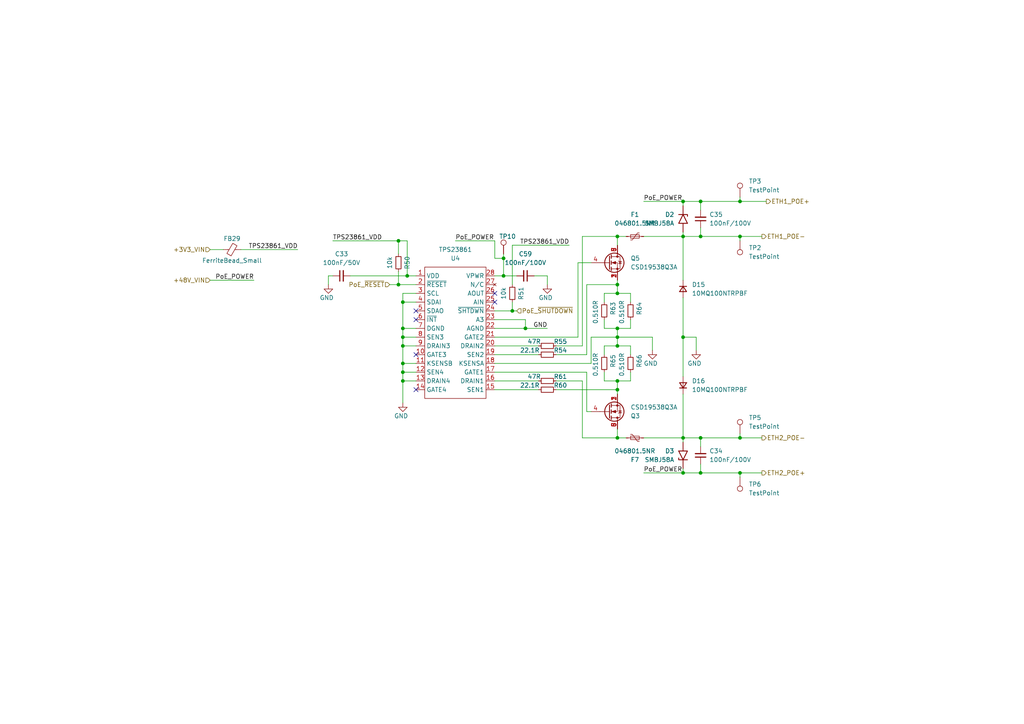
<source format=kicad_sch>
(kicad_sch (version 20230121) (generator eeschema)
  (paper "A4")
  (lib_symbols
    (symbol "Connector:TestPoint" (pin_numbers hide) (pin_names (offset 0.762) hide)
      (property "Reference" "TP" (at 0 6.858 0))
      (property "Value" "TestPoint" (at 0 5.08 0))
      (symbol "TestPoint_0_1"
        (circle (center 0 3.302) (radius 0.762))
      )
      (symbol "TestPoint_1_1"
        (pin passive line (at 0 0 90) (length 2.54) (name "1") (number "1"))
      )
    )
    (symbol "Device:C_Small" (pin_numbers hide) (pin_names (offset 0.254) hide)
      (property "Reference" "C" (at 0.254 1.778 0))
      (property "Value" "C_Small" (at 0.254 -2.032 0))
      (symbol "C_Small_0_1"
        (polyline (pts (xy -1.524 -0.508) (xy 1.524 -0.508)) (stroke (width 0.3302)))
        (polyline (pts (xy -1.524 0.508) (xy 1.524 0.508)) (stroke (width 0.3048)))
      )
      (symbol "C_Small_1_1"
        (pin passive line (at 0 2.54 270) (length 2.032) (name "~") (number "1"))
        (pin passive line (at 0 -2.54 90) (length 2.032) (name "~") (number "2"))
      )
    )
    (symbol "Device:D_Small" (pin_numbers hide) (pin_names (offset 0.254) hide)
      (property "Reference" "D" (at -1.27 2.032 0))
      (property "Value" "D_Small" (at -3.81 -2.032 0))
      (symbol "D_Small_0_1"
        (polyline (pts (xy -0.762 -1.016) (xy -0.762 1.016)) (stroke (width 0.254)))
        (polyline (pts (xy -0.762 0) (xy 0.762 0)))
        (polyline (pts (xy 0.762 -1.016) (xy -0.762 0) (xy 0.762 1.016) (xy 0.762 -1.016)) (stroke (width 0.254)))
      )
      (symbol "D_Small_1_1"
        (pin passive line (at -2.54 0 0) (length 1.778) (name "K") (number "1"))
        (pin passive line (at 2.54 0 180) (length 1.778) (name "A") (number "2"))
      )
    )
    (symbol "Device:FerriteBead_Small" (pin_numbers hide) (pin_names (offset 0))
      (property "Reference" "FB" (at 1.905 1.27 0))
      (property "Value" "FerriteBead_Small" (at 1.905 -1.27 0))
      (symbol "FerriteBead_Small_0_1"
        (polyline (pts (xy 0 -1.27) (xy 0 -0.7874)))
        (polyline (pts (xy 0 0.889) (xy 0 1.2954)))
        (polyline (pts (xy -1.8288 0.2794) (xy -1.1176 1.4986) (xy 1.8288 -0.2032) (xy 1.1176 -1.4224) (xy -1.8288 0.2794)))
      )
      (symbol "FerriteBead_Small_1_1"
        (pin passive line (at 0 2.54 270) (length 1.27) (name "~") (number "1"))
        (pin passive line (at 0 -2.54 90) (length 1.27) (name "~") (number "2"))
      )
    )
    (symbol "Device:Polyfuse_Small" (pin_numbers hide) (pin_names (offset 0))
      (property "Reference" "F" (at -1.905 0 90))
      (property "Value" "Polyfuse_Small" (at 1.905 0 90))
      (symbol "Polyfuse_Small_0_1"
        (rectangle (start -0.508 1.27) (end 0.508 -1.27))
        (polyline (pts (xy 0 2.54) (xy 0 -2.54)))
        (polyline (pts (xy -1.016 1.27) (xy -1.016 0.762) (xy 1.016 -0.762) (xy 1.016 -1.27)))
      )
      (symbol "Polyfuse_Small_1_1"
        (pin passive line (at 0 2.54 270) (length 0.635) (name "~") (number "1"))
        (pin passive line (at 0 -2.54 90) (length 0.635) (name "~") (number "2"))
      )
    )
    (symbol "Device:R_Small" (pin_numbers hide) (pin_names (offset 0.254) hide)
      (property "Reference" "R" (at 0.762 0.508 0))
      (property "Value" "R_Small" (at 0.762 -1.016 0))
      (symbol "R_Small_0_1"
        (rectangle (start -0.762 1.778) (end 0.762 -1.778) (stroke (width 0.2032)))
      )
      (symbol "R_Small_1_1"
        (pin passive line (at 0 2.54 270) (length 0.762) (name "~") (number "1"))
        (pin passive line (at 0 -2.54 90) (length 0.762) (name "~") (number "2"))
      )
    )
    (symbol "Diode:SMAJ58A" (pin_numbers hide) (pin_names (offset 1.016) hide)
      (property "Reference" "D2" (at -1.27 -2.54 90))
      (property "Value" "SMBJ58A" (at 1.27 -2.54 90))
      (symbol "SMAJ58A_0_1"
        (polyline (pts (xy -0.762 1.27) (xy -1.27 1.27) (xy -1.27 -1.27)) (stroke (width 0.254)))
        (polyline (pts (xy 1.27 1.27) (xy 1.27 -1.27) (xy -1.27 0) (xy 1.27 1.27)) (stroke (width 0.254)))
      )
      (symbol "SMAJ58A_1_1"
        (pin passive line (at -3.81 0 0) (length 2.54) (name "A1") (number "1"))
        (pin passive line (at 3.81 0 180) (length 2.54) (name "A2") (number "2"))
      )
    )
    (symbol "gabriel:CSD19538Q3A" (pin_names (offset 0) hide)
      (property "Reference" "Q" (at 5.08 1.27 0))
      (property "Value" "Q_NMOS_SDG" (at 5.08 -1.27 0))
      (symbol "CSD19538Q3A_0_1"
        (polyline (pts (xy 0.254 0) (xy -2.54 0)))
        (polyline (pts (xy 0.254 1.905) (xy 0.254 -1.905)) (stroke (width 0.254)))
        (polyline (pts (xy 0.762 -1.27) (xy 0.762 -2.286)) (stroke (width 0.254)))
        (polyline (pts (xy 0.762 0.508) (xy 0.762 -0.508)) (stroke (width 0.254)))
        (polyline (pts (xy 0.762 2.286) (xy 0.762 1.27)) (stroke (width 0.254)))
        (polyline (pts (xy 2.54 2.54) (xy 2.54 1.778)))
        (polyline (pts (xy 2.54 -2.54) (xy 2.54 0) (xy 0.762 0)))
        (polyline (pts (xy 0.762 -1.778) (xy 3.302 -1.778) (xy 3.302 1.778) (xy 0.762 1.778)))
        (polyline (pts (xy 1.016 0) (xy 2.032 0.381) (xy 2.032 -0.381) (xy 1.016 0)) (fill (type outline)))
        (polyline (pts (xy 2.794 0.508) (xy 2.921 0.381) (xy 3.683 0.381) (xy 3.81 0.254)))
        (polyline (pts (xy 3.302 0.381) (xy 2.921 -0.254) (xy 3.683 -0.254) (xy 3.302 0.381)))
        (circle (center 1.651 0) (radius 2.794) (stroke (width 0.254)))
        (circle (center 2.54 -1.778) (radius 0.254) (fill (type outline)))
        (circle (center 2.54 1.778) (radius 0.254) (fill (type outline)))
      )
      (symbol "CSD19538Q3A_1_1"
        (pin passive line (at 2.54 -5.08 90) (length 2.54) (name "S") (number "1"))
        (pin passive line (at 2.54 -5.08 90) (length 2.54) (name "S") (number "2"))
        (pin passive line (at 2.54 -5.08 90) (length 2.54) (name "S") (number "3"))
        (pin input line (at -5.08 0 0) (length 2.54) (name "G") (number "4"))
        (pin passive line (at 2.54 5.08 270) (length 2.54) (name "D") (number "5"))
        (pin passive line (at 2.54 5.08 270) (length 2.54) (name "D") (number "6"))
        (pin passive line (at 2.54 5.08 270) (length 2.54) (name "D") (number "7"))
        (pin passive line (at 2.54 5.08 270) (length 2.54) (name "D") (number "8"))
      )
    )
    (symbol "gabriel:TPS23861"
      (property "Reference" "U" (at 0 1.27 0))
      (symbol "TPS23861_0_1"
        (rectangle (start -8.89 0) (end 8.89 -38.1))
      )
      (symbol "TPS23861_1_1"
        (pin power_in line (at -11.43 -2.54 0) (length 2.54) (name "VDD") (number "1"))
        (pin output line (at -11.43 -25.4 0) (length 2.54) (name "GATE3") (number "10"))
        (pin input line (at -11.43 -27.94 0) (length 2.54) (name "KSENSB") (number "11"))
        (pin passive line (at -11.43 -30.48 0) (length 2.54) (name "SEN4") (number "12"))
        (pin passive line (at -11.43 -33.02 0) (length 2.54) (name "DRAIN4") (number "13"))
        (pin output line (at -11.43 -35.56 0) (length 2.54) (name "GATE4") (number "14"))
        (pin passive line (at 11.43 -35.56 180) (length 2.54) (name "SEN1") (number "15"))
        (pin passive line (at 11.43 -33.02 180) (length 2.54) (name "DRAIN1") (number "16"))
        (pin output line (at 11.43 -30.48 180) (length 2.54) (name "GATE1") (number "17"))
        (pin passive line (at 11.43 -27.94 180) (length 2.54) (name "KSENSA") (number "18"))
        (pin passive line (at 11.43 -25.4 180) (length 2.54) (name "SEN2") (number "19"))
        (pin input line (at -11.43 -5.08 0) (length 2.54) (name "~{RESET}") (number "2"))
        (pin passive line (at 11.43 -22.86 180) (length 2.54) (name "DRAIN2") (number "20"))
        (pin output line (at 11.43 -20.32 180) (length 2.54) (name "GATE2") (number "21"))
        (pin passive line (at 11.43 -17.78 180) (length 2.54) (name "AGND") (number "22"))
        (pin input line (at 11.43 -15.24 180) (length 2.54) (name "A3") (number "23"))
        (pin input line (at 11.43 -12.7 180) (length 2.54) (name "~{SHTDWN}") (number "24"))
        (pin input line (at 11.43 -10.16 180) (length 2.54) (name "AIN") (number "25"))
        (pin output line (at 11.43 -7.62 180) (length 2.54) (name "AOUT") (number "26"))
        (pin no_connect line (at 11.43 -5.08 180) (length 2.54) (name "N/C") (number "27"))
        (pin power_in line (at 11.43 -2.54 180) (length 2.54) (name "VPWR") (number "28"))
        (pin input line (at -11.43 -7.62 0) (length 2.54) (name "SCL") (number "3"))
        (pin input line (at -11.43 -10.16 0) (length 2.54) (name "SDAI") (number "4"))
        (pin output line (at -11.43 -12.7 0) (length 2.54) (name "SDAO") (number "5"))
        (pin output line (at -11.43 -15.24 0) (length 2.54) (name "~{INT}") (number "6"))
        (pin passive line (at -11.43 -17.78 0) (length 2.54) (name "DGND") (number "7"))
        (pin input line (at -11.43 -20.32 0) (length 2.54) (name "SEN3") (number "8"))
        (pin input line (at -11.43 -22.86 0) (length 2.54) (name "DRAIN3") (number "9"))
      )
    )
    (symbol "power:GND" (power) (pin_names (offset 0))
      (property "Value" "GND" (at 0 -3.81 0))
      (symbol "GND_0_1"
        (polyline (pts (xy 0 0) (xy 0 -1.27) (xy 1.27 -1.27) (xy 0 -2.54) (xy -1.27 -1.27) (xy 0 -1.27)))
      )
      (symbol "GND_1_1"
        (pin power_in line (at 0 0 270) (length 0) hide (name "GND") (number "1"))
      )
    )
  )
  (junction (at 179.07 97.79))
  (junction (at 179.07 127))
  (junction (at 179.07 68.58))
  (junction (at 198.12 97.79))
  (junction (at 146.05 74.93))
  (junction (at 116.84 107.95))
  (junction (at 203.2 68.58))
  (junction (at 198.12 127))
  (junction (at 146.05 80.01))
  (junction (at 116.84 97.79))
  (junction (at 179.07 110.49))
  (junction (at 179.07 82.55))
  (junction (at 198.12 137.16))
  (junction (at 214.63 68.58))
  (junction (at 214.63 137.16))
  (junction (at 116.84 100.33))
  (junction (at 148.59 90.17))
  (junction (at 179.07 113.03))
  (junction (at 116.84 87.63))
  (junction (at 116.84 105.41))
  (junction (at 214.63 127))
  (junction (at 179.07 100.33))
  (junction (at 116.84 95.25))
  (junction (at 116.84 110.49))
  (junction (at 214.63 58.42))
  (junction (at 198.12 58.42))
  (junction (at 203.2 137.16))
  (junction (at 115.57 69.85))
  (junction (at 118.11 80.01))
  (junction (at 152.4 95.25))
  (junction (at 179.07 85.09))
  (junction (at 203.2 127))
  (junction (at 179.07 95.25))
  (junction (at 115.57 82.55))
  (junction (at 203.2 58.42))
  (junction (at 198.12 68.58))
  (no_connect (at 143.51 85.09))
  (no_connect (at 120.65 113.03))
  (no_connect (at 143.51 87.63))
  (no_connect (at 120.65 102.87))
  (no_connect (at 120.65 92.71))
  (no_connect (at 120.65 90.17))
  (wire (pts (xy 143.51 105.41) (xy 171.45 105.41)))
  (wire (pts (xy 95.25 82.55) (xy 95.25 80.01)))
  (wire (pts (xy 95.25 80.01) (xy 96.52 80.01)))
  (wire (pts (xy 179.07 85.09) (xy 182.88 85.09)))
  (wire (pts (xy 182.88 100.33) (xy 182.88 102.87)))
  (wire (pts (xy 170.18 119.38) (xy 171.45 119.38)))
  (wire (pts (xy 214.63 125.73) (xy 214.63 127)))
  (wire (pts (xy 214.63 69.85) (xy 214.63 68.58)))
  (wire (pts (xy 182.88 92.71) (xy 182.88 95.25)))
  (wire (pts (xy 146.05 73.66) (xy 146.05 74.93)))
  (wire (pts (xy 158.75 82.55) (xy 158.75 80.01)))
  (wire (pts (xy 214.63 137.16) (xy 214.63 138.43)))
  (wire (pts (xy 175.26 87.63) (xy 175.26 85.09)))
  (wire (pts (xy 198.12 68.58) (xy 186.69 68.58)))
  (wire (pts (xy 203.2 127) (xy 203.2 129.54)))
  (wire (pts (xy 156.21 113.03) (xy 143.51 113.03)))
  (wire (pts (xy 116.84 110.49) (xy 116.84 116.84)))
  (wire (pts (xy 179.07 124.46) (xy 179.07 127)))
  (wire (pts (xy 116.84 87.63) (xy 116.84 95.25)))
  (wire (pts (xy 120.65 85.09) (xy 116.84 85.09)))
  (wire (pts (xy 115.57 78.74) (xy 115.57 82.55)))
  (wire (pts (xy 161.29 100.33) (xy 168.91 100.33)))
  (wire (pts (xy 201.93 101.6) (xy 201.93 97.79)))
  (wire (pts (xy 170.18 82.55) (xy 179.07 82.55)))
  (wire (pts (xy 179.07 127) (xy 181.61 127)))
  (wire (pts (xy 179.07 68.58) (xy 179.07 71.12)))
  (wire (pts (xy 116.84 105.41) (xy 120.65 105.41)))
  (wire (pts (xy 198.12 127) (xy 198.12 114.3)))
  (wire (pts (xy 156.21 100.33) (xy 143.51 100.33)))
  (wire (pts (xy 116.84 105.41) (xy 116.84 107.95)))
  (wire (pts (xy 60.96 72.39) (xy 64.77 72.39)))
  (wire (pts (xy 182.88 107.95) (xy 182.88 110.49)))
  (wire (pts (xy 156.21 110.49) (xy 143.51 110.49)))
  (wire (pts (xy 198.12 137.16) (xy 203.2 137.16)))
  (wire (pts (xy 116.84 110.49) (xy 120.65 110.49)))
  (wire (pts (xy 118.11 80.01) (xy 120.65 80.01)))
  (wire (pts (xy 118.11 69.85) (xy 118.11 80.01)))
  (wire (pts (xy 132.08 69.85) (xy 143.51 69.85)))
  (wire (pts (xy 175.26 95.25) (xy 175.26 92.71)))
  (wire (pts (xy 116.84 95.25) (xy 116.84 97.79)))
  (wire (pts (xy 179.07 113.03) (xy 179.07 114.3)))
  (wire (pts (xy 170.18 82.55) (xy 170.18 102.87)))
  (wire (pts (xy 179.07 110.49) (xy 179.07 113.03)))
  (wire (pts (xy 168.91 127) (xy 168.91 110.49)))
  (wire (pts (xy 198.12 68.58) (xy 198.12 81.28)))
  (wire (pts (xy 115.57 69.85) (xy 118.11 69.85)))
  (wire (pts (xy 143.51 95.25) (xy 152.4 95.25)))
  (wire (pts (xy 115.57 82.55) (xy 113.03 82.55)))
  (wire (pts (xy 203.2 127) (xy 214.63 127)))
  (wire (pts (xy 148.59 90.17) (xy 149.86 90.17)))
  (wire (pts (xy 143.51 92.71) (xy 152.4 92.71)))
  (wire (pts (xy 148.59 87.63) (xy 148.59 90.17)))
  (wire (pts (xy 203.2 66.04) (xy 203.2 68.58)))
  (wire (pts (xy 179.07 95.25) (xy 175.26 95.25)))
  (wire (pts (xy 198.12 58.42) (xy 203.2 58.42)))
  (wire (pts (xy 179.07 97.79) (xy 179.07 100.33)))
  (wire (pts (xy 158.75 80.01) (xy 154.94 80.01)))
  (wire (pts (xy 168.91 110.49) (xy 161.29 110.49)))
  (wire (pts (xy 175.26 100.33) (xy 179.07 100.33)))
  (wire (pts (xy 179.07 81.28) (xy 179.07 82.55)))
  (wire (pts (xy 198.12 127) (xy 203.2 127)))
  (wire (pts (xy 168.91 100.33) (xy 168.91 68.58)))
  (wire (pts (xy 175.26 102.87) (xy 175.26 100.33)))
  (wire (pts (xy 182.88 85.09) (xy 182.88 87.63)))
  (wire (pts (xy 175.26 110.49) (xy 175.26 107.95)))
  (wire (pts (xy 214.63 68.58) (xy 220.98 68.58)))
  (wire (pts (xy 198.12 97.79) (xy 198.12 109.22)))
  (wire (pts (xy 115.57 69.85) (xy 115.57 73.66)))
  (wire (pts (xy 116.84 87.63) (xy 120.65 87.63)))
  (wire (pts (xy 143.51 74.93) (xy 146.05 74.93)))
  (wire (pts (xy 220.98 137.16) (xy 214.63 137.16)))
  (wire (pts (xy 148.59 71.12) (xy 165.1 71.12)))
  (wire (pts (xy 96.52 69.85) (xy 115.57 69.85)))
  (wire (pts (xy 116.84 85.09) (xy 116.84 87.63)))
  (wire (pts (xy 116.84 107.95) (xy 120.65 107.95)))
  (wire (pts (xy 203.2 68.58) (xy 198.12 68.58)))
  (wire (pts (xy 161.29 102.87) (xy 170.18 102.87)))
  (wire (pts (xy 203.2 58.42) (xy 214.63 58.42)))
  (wire (pts (xy 152.4 95.25) (xy 158.75 95.25)))
  (wire (pts (xy 214.63 127) (xy 220.98 127)))
  (wire (pts (xy 143.51 69.85) (xy 143.51 74.93)))
  (wire (pts (xy 189.23 101.6) (xy 189.23 97.79)))
  (wire (pts (xy 182.88 95.25) (xy 179.07 95.25)))
  (wire (pts (xy 156.21 102.87) (xy 143.51 102.87)))
  (wire (pts (xy 168.91 68.58) (xy 179.07 68.58)))
  (wire (pts (xy 143.51 80.01) (xy 146.05 80.01)))
  (wire (pts (xy 146.05 80.01) (xy 149.86 80.01)))
  (wire (pts (xy 146.05 74.93) (xy 146.05 80.01)))
  (wire (pts (xy 148.59 82.55) (xy 148.59 71.12)))
  (wire (pts (xy 186.69 58.42) (xy 198.12 58.42)))
  (wire (pts (xy 116.84 100.33) (xy 116.84 105.41)))
  (wire (pts (xy 116.84 95.25) (xy 120.65 95.25)))
  (wire (pts (xy 171.45 97.79) (xy 179.07 97.79)))
  (wire (pts (xy 143.51 97.79) (xy 167.64 97.79)))
  (wire (pts (xy 116.84 107.95) (xy 116.84 110.49)))
  (wire (pts (xy 198.12 59.69) (xy 198.12 58.42)))
  (wire (pts (xy 120.65 82.55) (xy 115.57 82.55)))
  (wire (pts (xy 143.51 107.95) (xy 170.18 107.95)))
  (wire (pts (xy 116.84 100.33) (xy 120.65 100.33)))
  (wire (pts (xy 203.2 137.16) (xy 214.63 137.16)))
  (wire (pts (xy 143.51 90.17) (xy 148.59 90.17)))
  (wire (pts (xy 101.6 80.01) (xy 118.11 80.01)))
  (wire (pts (xy 198.12 67.31) (xy 198.12 68.58)))
  (wire (pts (xy 214.63 57.15) (xy 214.63 58.42)))
  (wire (pts (xy 186.69 137.16) (xy 198.12 137.16)))
  (wire (pts (xy 167.64 76.2) (xy 171.45 76.2)))
  (wire (pts (xy 214.63 68.58) (xy 203.2 68.58)))
  (wire (pts (xy 203.2 137.16) (xy 203.2 134.62)))
  (wire (pts (xy 152.4 92.71) (xy 152.4 95.25)))
  (wire (pts (xy 60.96 81.28) (xy 73.66 81.28)))
  (wire (pts (xy 179.07 82.55) (xy 179.07 85.09)))
  (wire (pts (xy 161.29 113.03) (xy 179.07 113.03)))
  (wire (pts (xy 182.88 110.49) (xy 179.07 110.49)))
  (wire (pts (xy 198.12 86.36) (xy 198.12 97.79)))
  (wire (pts (xy 186.69 127) (xy 198.12 127)))
  (wire (pts (xy 116.84 97.79) (xy 116.84 100.33)))
  (wire (pts (xy 198.12 97.79) (xy 201.93 97.79)))
  (wire (pts (xy 179.07 100.33) (xy 182.88 100.33)))
  (wire (pts (xy 179.07 95.25) (xy 179.07 97.79)))
  (wire (pts (xy 189.23 97.79) (xy 179.07 97.79)))
  (wire (pts (xy 198.12 135.89) (xy 198.12 137.16)))
  (wire (pts (xy 198.12 127) (xy 198.12 128.27)))
  (wire (pts (xy 179.07 68.58) (xy 181.61 68.58)))
  (wire (pts (xy 179.07 127) (xy 168.91 127)))
  (wire (pts (xy 170.18 107.95) (xy 170.18 119.38)))
  (wire (pts (xy 167.64 97.79) (xy 167.64 76.2)))
  (wire (pts (xy 116.84 97.79) (xy 120.65 97.79)))
  (wire (pts (xy 171.45 105.41) (xy 171.45 97.79)))
  (wire (pts (xy 222.25 58.42) (xy 214.63 58.42)))
  (wire (pts (xy 203.2 58.42) (xy 203.2 60.96)))
  (wire (pts (xy 69.85 72.39) (xy 86.36 72.39)))
  (wire (pts (xy 179.07 110.49) (xy 175.26 110.49)))
  (wire (pts (xy 175.26 85.09) (xy 179.07 85.09)))
  (label "TPS23861_VDD" (at 96.52 69.85 0))
  (label "TPS23861_VDD" (at 86.36 72.39 180))
  (label "PoE_POWER" (at 186.69 58.42 0))
  (label "PoE_POWER" (at 73.66 81.28 180))
  (label "TPS23861_VDD" (at 165.1 71.12 180))
  (label "GND" (at 158.75 95.25 180))
  (label "PoE_POWER" (at 132.08 69.85 0))
  (label "PoE_POWER" (at 186.69 137.16 0))
  (hierarchical_label "ETH1_POE+" (shape output) (at 222.25 58.42 0))
  (hierarchical_label "+48V_VIN" (shape input) (at 60.96 81.28 180))
  (hierarchical_label "ETH2_POE-" (shape output) (at 220.98 127 0))
  (hierarchical_label "PoE_~{RESET}" (shape input) (at 113.03 82.55 180))
  (hierarchical_label "ETH2_POE+" (shape output) (at 220.98 137.16 0))
  (hierarchical_label "ETH1_POE-" (shape output) (at 220.98 68.58 0))
  (hierarchical_label "+3V3_VIN" (shape input) (at 60.96 72.39 180))
  (hierarchical_label "PoE_~{SHUTDOWN}" (shape input) (at 149.86 90.17 0))
  (symbol (lib_id "power:GND") (at 116.84 116.84 0) (unit 1)
    (property "Reference" "#PWR016" (effects hide))
    (property "Value" "GND" (at 114.3 120.65 0) (effects (justify left)))
  )
  (symbol (lib_id "power:GND") (at 95.25 82.55 0) (unit 1)
    (property "Reference" "#PWR052" (effects hide))
    (property "Value" "GND" (at 92.71 86.36 0) (effects (justify left)))
  )
  (symbol (lib_id "Connector:TestPoint") (at 146.05 73.66 0) (unit 1)
    (property "Reference" "TP10" (at 144.78 68.58 0) (effects (justify left)))
    (property "Value" "TestPoint" (effects hide))
    (property "Footprint" "TestPoint:TestPoint_Pad_D1.0mm" (effects hide))
  )
  (symbol (lib_id "Diode:SMAJ58A") (at 198.12 63.5 270) (unit 1)
    (property "Reference" "D2" (at 195.58 62.23 90) (effects (justify right)))
    (property "Value" "SMBJ58A" (at 195.58 64.77 90) (effects (justify right)))
    (property "Footprint" "footprints:CR_SM12CA-13-F_DIO" (effects hide))
  )
  (symbol (lib_id "Device:D_Small") (at 198.12 83.82 270) (unit 1)
    (property "Reference" "D15" (at 200.66 82.55 90) (effects (justify left)))
    (property "Value" "10MQ100NTRPBF" (at 200.66 85.09 90) (effects (justify left)))
    (property "Footprint" "Diode_SMD:D_SMA" (effects hide))
    (property "Sim.Device" "D" (effects hide))
    (property "Sim.Pins" "1=K 2=A" (effects hide))
  )
  (symbol (lib_id "power:GND") (at 201.93 101.6 0) (unit 1)
    (property "Reference" "#PWR020" (effects hide))
    (property "Value" "GND" (at 199.39 105.41 0) (effects (justify left)))
  )
  (symbol (lib_id "Connector:TestPoint") (at 214.63 57.15 0) (unit 1)
    (property "Reference" "TP3" (at 217.17 52.578 0) (effects (justify left)))
    (property "Value" "TestPoint" (at 217.17 55.118 0) (effects (justify left)))
    (property "Footprint" "TestPoint:TestPoint_Pad_D1.0mm" (effects hide))
  )
  (symbol (lib_id "Device:FerriteBead_Small") (at 67.31 72.39 90) (unit 1)
    (property "Reference" "FB29" (at 67.31 69.215 90))
    (property "Value" "FerriteBead_Small" (at 67.31 75.565 90))
    (property "Footprint" "Inductor_SMD:L_0402_1005Metric" (effects hide))
    (property "PN" "TDK-MPZ1005S100CT000" (effects hide))
    (property "LCSC Part" "C275476" (effects hide))
  )
  (symbol (lib_id "Device:R_Small") (at 158.75 110.49 90) (unit 1)
    (property "Reference" "R61" (at 162.56 109.22 90))
    (property "Value" "47R" (at 154.94 109.22 90))
    (property "Footprint" "Resistor_SMD:R_0603_1608Metric" (effects hide))
  )
  (symbol (lib_id "Device:C_Small") (at 203.2 132.08 180) (unit 1)
    (property "Reference" "C34" (at 205.74 130.8036 0) (effects (justify right)))
    (property "Value" "100nF/100V" (at 205.74 133.3436 0) (effects (justify right)))
    (property "Footprint" "Capacitor_SMD:C_0603_1608Metric" (effects hide))
  )
  (symbol (lib_id "Device:R_Small") (at 158.75 102.87 90) (unit 1)
    (property "Reference" "R54" (at 162.56 101.6 90))
    (property "Value" "22.1R" (at 153.67 101.6 90))
    (property "Footprint" "Resistor_SMD:R_0603_1608Metric" (effects hide))
  )
  (symbol (lib_id "Device:R_Small") (at 182.88 105.41 0) (unit 1)
    (property "Reference" "R66" (at 185.42 106.68 90) (effects (justify left)))
    (property "Value" "0.510R" (at 180.34 109.22 90) (effects (justify left)))
    (property "Footprint" "Resistor_SMD:R_0805_2012Metric" (effects hide))
    (property "LCSC PART NUMBER" "C2930221" (effects hide))
  )
  (symbol (lib_id "Connector:TestPoint") (at 214.63 125.73 0) (unit 1)
    (property "Reference" "TP5" (at 217.17 121.158 0) (effects (justify left)))
    (property "Value" "TestPoint" (at 217.17 123.698 0) (effects (justify left)))
    (property "Footprint" "TestPoint:TestPoint_Pad_D1.0mm" (effects hide))
  )
  (symbol (lib_id "Device:R_Small") (at 182.88 90.17 0) (unit 1)
    (property "Reference" "R64" (at 185.42 91.44 90) (effects (justify left)))
    (property "Value" "0.510R" (at 180.34 93.98 90) (effects (justify left)))
    (property "Footprint" "Resistor_SMD:R_0805_2012Metric" (effects hide))
    (property "LCSC PART NUMBER" "C2930221" (effects hide))
  )
  (symbol (lib_id "Device:R_Small") (at 158.75 113.03 90) (unit 1)
    (property "Reference" "R60" (at 162.56 111.76 90))
    (property "Value" "22.1R" (at 153.67 111.76 90))
    (property "Footprint" "Resistor_SMD:R_0603_1608Metric" (effects hide))
  )
  (symbol (lib_id "Device:C_Small") (at 99.06 80.01 90) (unit 1)
    (property "Reference" "C33" (at 99.0663 73.66 90))
    (property "Value" "100nF/50V" (at 99.0663 76.2 90))
    (property "Footprint" "Capacitor_SMD:C_0603_1608Metric" (effects hide))
  )
  (symbol (lib_id "gabriel:CSD19538Q3A") (at 176.53 119.38 0) (mirror x) (unit 1)
    (property "Reference" "Q3" (at 182.88 120.65 0) (effects (justify left)))
    (property "Value" "CSD19538Q3A" (at 182.88 118.11 0) (effects (justify left)))
    (property "Footprint" "Package_SON:Diodes_PowerDI3333-8" (effects hide))
  )
  (symbol (lib_id "Device:R_Small") (at 175.26 90.17 0) (unit 1)
    (property "Reference" "R63" (at 177.8 91.44 90) (effects (justify left)))
    (property "Value" "0.510R" (at 172.72 93.98 90) (effects (justify left)))
    (property "Footprint" "Resistor_SMD:R_0805_2012Metric" (effects hide))
    (property "LCSC PART NUMBER" "C2930221" (effects hide))
  )
  (symbol (lib_id "Device:C_Small") (at 203.2 63.5 180) (unit 1)
    (property "Reference" "C35" (at 205.74 62.2236 0) (effects (justify right)))
    (property "Value" "100nF/100V" (at 205.74 64.7636 0) (effects (justify right)))
    (property "Footprint" "Capacitor_SMD:C_0603_1608Metric" (effects hide))
  )
  (symbol (lib_id "Device:C_Small") (at 152.4 80.01 270) (unit 1)
    (property "Reference" "C59" (at 152.3936 73.66 90))
    (property "Value" "100nF/100V" (at 152.3936 76.2 90))
    (property "Footprint" "Capacitor_SMD:C_0603_1608Metric" (effects hide))
  )
  (symbol (lib_id "Device:Polyfuse_Small") (at 184.15 127 90) (mirror x) (unit 1)
    (property "Reference" "F7" (at 184.15 133.35 90))
    (property "Value" "046801.5NR" (at 184.15 130.81 90))
    (property "Footprint" "Fuse:Fuse_1206_3216Metric" (effects hide))
    (property "Datasheet" "https://datasheet.lcsc.com/lcsc/2304140030_Littelfuse-046801-5NRHF_C151143.pdf" (effects hide))
    (property "LCSC PART NUMBER" "C151143" (effects hide))
  )
  (symbol (lib_id "Device:R_Small") (at 158.75 100.33 90) (unit 1)
    (property "Reference" "R55" (at 162.56 99.06 90))
    (property "Value" "47R" (at 154.94 99.06 90))
    (property "Footprint" "Resistor_SMD:R_0603_1608Metric" (effects hide))
  )
  (symbol (lib_id "Device:R_Small") (at 175.26 105.41 0) (unit 1)
    (property "Reference" "R65" (at 177.8 106.68 90) (effects (justify left)))
    (property "Value" "0.510R" (at 172.72 109.22 90) (effects (justify left)))
    (property "Footprint" "Resistor_SMD:R_0805_2012Metric" (effects hide))
    (property "LCSC PART NUMBER" "C2930221" (effects hide))
  )
  (symbol (lib_id "power:GND") (at 158.75 82.55 0) (unit 1)
    (property "Reference" "#PWR053" (effects hide))
    (property "Value" "GND" (at 156.21 86.36 0) (effects (justify left)))
  )
  (symbol (lib_id "Device:R_Small") (at 148.59 85.09 180) (unit 1)
    (property "Reference" "R51" (at 151.13 85.09 90))
    (property "Value" "10k" (at 146.05 85.09 90))
    (property "Footprint" "Resistor_SMD:R_0402_1005Metric" (effects hide))
  )
  (symbol (lib_id "Connector:TestPoint") (at 214.63 69.85 180) (unit 1)
    (property "Reference" "TP2" (at 217.17 71.882 0) (effects (justify right)))
    (property "Value" "TestPoint" (at 217.17 74.422 0) (effects (justify right)))
    (property "Footprint" "TestPoint:TestPoint_Pad_D1.0mm" (effects hide))
  )
  (symbol (lib_id "Connector:TestPoint") (at 214.63 138.43 180) (unit 1)
    (property "Reference" "TP6" (at 217.17 140.462 0) (effects (justify right)))
    (property "Value" "TestPoint" (at 217.17 143.002 0) (effects (justify right)))
    (property "Footprint" "TestPoint:TestPoint_Pad_D1.0mm" (effects hide))
  )
  (symbol (lib_id "Device:D_Small") (at 198.12 111.76 90) (unit 1)
    (property "Reference" "D16" (at 200.66 110.49 90) (effects (justify right)))
    (property "Value" "10MQ100NTRPBF" (at 200.66 113.03 90) (effects (justify right)))
    (property "Footprint" "Diode_SMD:D_SMA" (effects hide))
    (property "Sim.Device" "D" (effects hide))
    (property "Sim.Pins" "1=K 2=A" (effects hide))
  )
  (symbol (lib_id "power:GND") (at 189.23 101.6 0) (unit 1)
    (property "Reference" "#PWR019" (effects hide))
    (property "Value" "GND" (at 186.69 105.41 0) (effects (justify left)))
  )
  (symbol (lib_id "Device:R_Small") (at 115.57 76.2 180) (unit 1)
    (property "Reference" "R50" (at 118.11 76.2 90))
    (property "Value" "10k" (at 113.03 76.2 90))
    (property "Footprint" "Resistor_SMD:R_0402_1005Metric" (effects hide))
  )
  (symbol (lib_id "gabriel:CSD19538Q3A") (at 176.53 76.2 0) (unit 1)
    (property "Reference" "Q5" (at 182.88 74.93 0) (effects (justify left)))
    (property "Value" "CSD19538Q3A" (at 182.88 77.47 0) (effects (justify left)))
    (property "Footprint" "Package_SON:Diodes_PowerDI3333-8" (effects hide))
  )
  (symbol (lib_id "gabriel:TPS23861") (at 132.08 77.47 0) (unit 1)
    (property "Reference" "U4" (at 132.08 74.93 0))
    (property "Value" "TPS23861" (at 132.08 72.39 0))
    (property "Footprint" "Package_SO:TSSOP-28_4.4x9.7mm_P0.65mm" (effects hide))
  )
  (symbol (lib_id "Diode:SMAJ58A") (at 198.12 132.08 90) (unit 1)
    (property "Reference" "D3" (at 195.58 130.81 90) (effects (justify left)))
    (property "Value" "SMBJ58A" (at 195.58 133.35 90) (effects (justify left)))
    (property "Footprint" "footprints:CR_SM12CA-13-F_DIO" (effects hide))
  )
  (symbol (lib_id "Device:Polyfuse_Small") (at 184.15 68.58 90) (unit 1)
    (property "Reference" "F1" (at 184.15 62.23 90))
    (property "Value" "046801.5NR" (at 184.15 64.77 90))
    (property "Footprint" "Fuse:Fuse_1206_3216Metric" (effects hide))
    (property "Datasheet" "https://datasheet.lcsc.com/lcsc/2304140030_Littelfuse-046801-5NRHF_C151143.pdf" (effects hide))
    (property "LCSC PART NUMBER" "C151143" (effects hide))
  )
)
</source>
